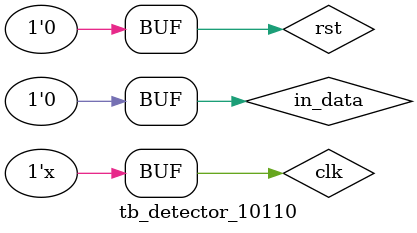
<source format=v>
module tb_detector_10110;
		reg clk;
		reg rst;
		reg in_data;
		wire sq_detected;
		wire [2:0]state;



	detector_10110 uut0 (       .clk(clk),
	                            .reset(rst),
	                            .in_data(in_data),
	                            .sq_detected(sq_detected),
	                            .state(state)
	    );

	    initial
	    begin
	            clk=1;
	            in_data=0;
	            rst=0;

	            #5;
	            rst=1;
	            in_data=$random;

	            #4;
	            rst=0;
	            in_data=$random;

	            #10;
	            in_data=1;

	            #10;
	            in_data=0;

	            #10;
	            in_data=1;

	            #10;
	            in_data=1;

	            #10;
	            in_data=0;

	            #10;
	            in_data=1;

	            #10;
	            in_data=1'bx;

	            #10;
	            in_data=$random;

	            #10;
	            in_data=0;
	    end

	            always #5 clk=~clk;

endmodule
</source>
